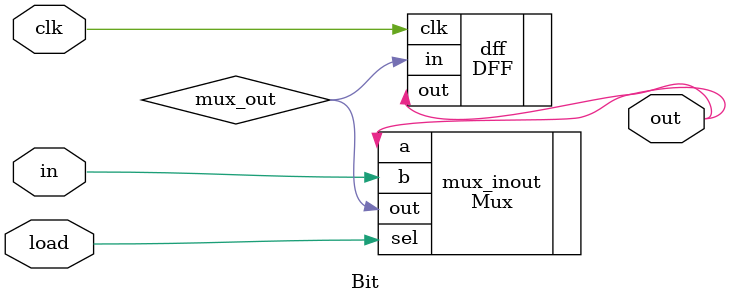
<source format=v>
`default_nettype none

module Bit(
  output wire out,
  input wire clk,
  input wire load,
  input wire in);

  wire mux_out;

  Mux mux_inout(.out(mux_out), .sel(load), .a(out), .b(in));
  DFF dff(.out(out), .clk(clk), .in(mux_out));

endmodule

</source>
